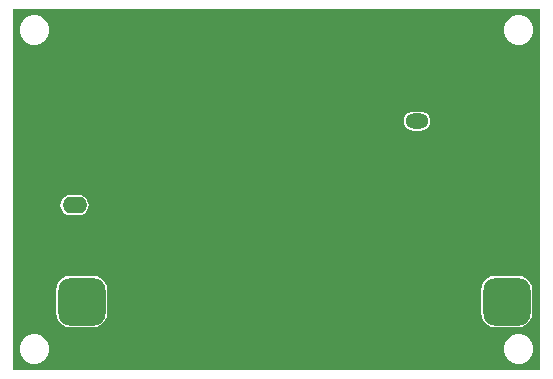
<source format=gbl>
G04*
G04 #@! TF.GenerationSoftware,Altium Limited,Altium Designer,21.3.2 (30)*
G04*
G04 Layer_Physical_Order=2*
G04 Layer_Color=16711680*
%FSLAX25Y25*%
%MOIN*%
G70*
G04*
G04 #@! TF.SameCoordinates,97264966-10FB-41C2-9D5A-9FAD70EEB638*
G04*
G04*
G04 #@! TF.FilePolarity,Positive*
G04*
G01*
G75*
G04:AMPARAMS|DCode=27|XSize=157.48mil|YSize=157.48mil|CornerRadius=39.37mil|HoleSize=0mil|Usage=FLASHONLY|Rotation=0.000|XOffset=0mil|YOffset=0mil|HoleType=Round|Shape=RoundedRectangle|*
%AMROUNDEDRECTD27*
21,1,0.15748,0.07874,0,0,0.0*
21,1,0.07874,0.15748,0,0,0.0*
1,1,0.07874,0.03937,-0.03937*
1,1,0.07874,-0.03937,-0.03937*
1,1,0.07874,-0.03937,0.03937*
1,1,0.07874,0.03937,0.03937*
%
%ADD27ROUNDEDRECTD27*%
%ADD28O,0.07677X0.05118*%
%ADD29O,0.08268X0.05512*%
%ADD30C,0.02756*%
G36*
X546433Y256730D02*
X546424Y256726D01*
X370890D01*
Y377142D01*
X546433Y377142D01*
Y256730D01*
D02*
G37*
%LPC*%
G36*
X540019Y375008D02*
X538721D01*
X537467Y374672D01*
X536343Y374023D01*
X535426Y373105D01*
X534777Y371981D01*
X534441Y370728D01*
Y369430D01*
X534777Y368176D01*
X535426Y367052D01*
X536343Y366135D01*
X537467Y365486D01*
X538721Y365150D01*
X540019D01*
X541273Y365486D01*
X542397Y366135D01*
X543314Y367052D01*
X543963Y368176D01*
X544299Y369430D01*
Y370728D01*
X543963Y371981D01*
X543314Y373105D01*
X542397Y374023D01*
X541273Y374672D01*
X540019Y375008D01*
D02*
G37*
G36*
X378602D02*
X377304D01*
X376050Y374672D01*
X374926Y374023D01*
X374008Y373105D01*
X373359Y371981D01*
X373024Y370728D01*
Y369430D01*
X373359Y368176D01*
X374008Y367052D01*
X374926Y366135D01*
X376050Y365486D01*
X377304Y365150D01*
X378602D01*
X379855Y365486D01*
X380979Y366135D01*
X381897Y367052D01*
X382546Y368176D01*
X382882Y369430D01*
Y370728D01*
X382546Y371981D01*
X381897Y373105D01*
X380979Y374023D01*
X379855Y374672D01*
X378602Y375008D01*
D02*
G37*
G36*
X506779Y342842D02*
X504220D01*
X503396Y342734D01*
X502628Y342416D01*
X501968Y341909D01*
X501462Y341250D01*
X501144Y340482D01*
X501036Y339657D01*
X501144Y338833D01*
X501462Y338065D01*
X501968Y337406D01*
X502628Y336899D01*
X503396Y336581D01*
X504220Y336473D01*
X506779D01*
X507604Y336581D01*
X508372Y336899D01*
X509031Y337406D01*
X509538Y338065D01*
X509856Y338833D01*
X509964Y339657D01*
X509856Y340482D01*
X509538Y341250D01*
X509031Y341909D01*
X508372Y342416D01*
X507604Y342734D01*
X506779Y342842D01*
D02*
G37*
G36*
X392717Y314998D02*
X389961D01*
X389085Y314882D01*
X388269Y314544D01*
X387568Y314006D01*
X387031Y313306D01*
X386693Y312490D01*
X386577Y311614D01*
X386693Y310738D01*
X387031Y309923D01*
X387568Y309222D01*
X388269Y308684D01*
X389085Y308346D01*
X389961Y308231D01*
X392717D01*
X393592Y308346D01*
X394408Y308684D01*
X395109Y309222D01*
X395647Y309923D01*
X395985Y310738D01*
X396100Y311614D01*
X395985Y312490D01*
X395647Y313306D01*
X395109Y314006D01*
X394408Y314544D01*
X393592Y314882D01*
X392717Y314998D01*
D02*
G37*
G36*
X539370Y288039D02*
X531496D01*
X530312Y287883D01*
X529209Y287426D01*
X528261Y286699D01*
X527534Y285752D01*
X527077Y284649D01*
X526922Y283465D01*
Y275590D01*
X527077Y274407D01*
X527534Y273303D01*
X528261Y272356D01*
X529209Y271629D01*
X530312Y271172D01*
X531496Y271016D01*
X539370D01*
X540554Y271172D01*
X541657Y271629D01*
X542605Y272356D01*
X543332Y273303D01*
X543789Y274407D01*
X543945Y275590D01*
Y283465D01*
X543789Y284649D01*
X543332Y285752D01*
X542605Y286699D01*
X541657Y287426D01*
X540554Y287883D01*
X539370Y288039D01*
D02*
G37*
G36*
X397638D02*
X389764D01*
X388580Y287883D01*
X387476Y287426D01*
X386529Y286699D01*
X385802Y285752D01*
X385345Y284649D01*
X385189Y283465D01*
Y275590D01*
X385345Y274407D01*
X385802Y273303D01*
X386529Y272356D01*
X387476Y271629D01*
X388580Y271172D01*
X389764Y271016D01*
X397638D01*
X398822Y271172D01*
X399925Y271629D01*
X400873Y272356D01*
X401600Y273303D01*
X402057Y274407D01*
X402212Y275590D01*
Y283465D01*
X402057Y284649D01*
X401600Y285752D01*
X400873Y286699D01*
X399925Y287426D01*
X398822Y287883D01*
X397638Y288039D01*
D02*
G37*
G36*
X540019Y268709D02*
X538721D01*
X537467Y268373D01*
X536343Y267724D01*
X535426Y266806D01*
X534777Y265682D01*
X534441Y264428D01*
Y263131D01*
X534777Y261877D01*
X535426Y260753D01*
X536343Y259835D01*
X537467Y259186D01*
X538721Y258850D01*
X540019D01*
X541273Y259186D01*
X542397Y259835D01*
X543314Y260753D01*
X543963Y261877D01*
X544299Y263131D01*
Y264428D01*
X543963Y265682D01*
X543314Y266806D01*
X542397Y267724D01*
X541273Y268373D01*
X540019Y268709D01*
D02*
G37*
G36*
X378602D02*
X377304D01*
X376050Y268373D01*
X374926Y267724D01*
X374008Y266806D01*
X373359Y265682D01*
X373024Y264428D01*
Y263131D01*
X373359Y261877D01*
X374008Y260753D01*
X374926Y259835D01*
X376050Y259186D01*
X377304Y258850D01*
X378602D01*
X379855Y259186D01*
X380979Y259835D01*
X381897Y260753D01*
X382546Y261877D01*
X382882Y263131D01*
Y264428D01*
X382546Y265682D01*
X381897Y266806D01*
X380979Y267724D01*
X379855Y268373D01*
X378602Y268709D01*
D02*
G37*
%LPD*%
D27*
X393701Y350394D02*
D03*
Y279528D02*
D03*
X535433D02*
D03*
Y350394D02*
D03*
D28*
X505500Y349500D02*
D03*
Y339657D02*
D03*
D29*
X391339Y311614D02*
D03*
Y325394D02*
D03*
D30*
X389764Y330709D02*
D03*
Y259842D02*
D03*
X377953Y354331D02*
D03*
Y330709D02*
D03*
X425197Y307086D02*
D03*
X454724Y271654D02*
D03*
X407480Y366142D02*
D03*
X401575Y259842D02*
D03*
X407480Y342520D02*
D03*
X419291Y271654D02*
D03*
X437008Y307086D02*
D03*
X419291Y366142D02*
D03*
Y342520D02*
D03*
X442913Y366142D02*
D03*
X413386Y259842D02*
D03*
X383858Y366142D02*
D03*
X413386Y354331D02*
D03*
X419291Y318898D02*
D03*
X466535Y271654D02*
D03*
X460630Y259842D02*
D03*
X454724Y318898D02*
D03*
X431102Y366142D02*
D03*
X413386Y330709D02*
D03*
X448819Y259842D02*
D03*
X395669Y366142D02*
D03*
X401575Y330709D02*
D03*
X383858Y342520D02*
D03*
X454724Y366142D02*
D03*
X513779D02*
D03*
X519685Y354331D02*
D03*
X484252D02*
D03*
X490157Y342520D02*
D03*
X484252Y307086D02*
D03*
X478346Y366142D02*
D03*
X507874Y259842D02*
D03*
X496063D02*
D03*
X490157Y366142D02*
D03*
X501968D02*
D03*
X519685Y259842D02*
D03*
X496063Y354331D02*
D03*
X507874D02*
D03*
X472441Y259842D02*
D03*
X466535Y342520D02*
D03*
X478346Y271654D02*
D03*
X460630Y354331D02*
D03*
X525590Y366142D02*
D03*
X472441Y307086D02*
D03*
X484252Y259842D02*
D03*
X466535Y366142D02*
D03*
X531496Y259842D02*
D03*
M02*

</source>
